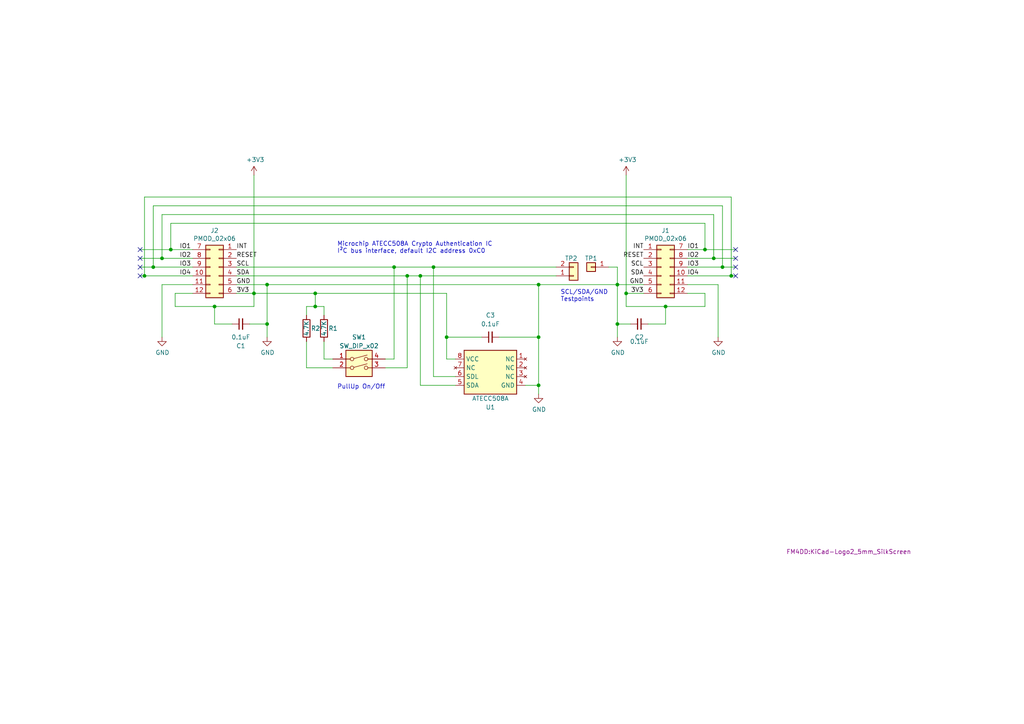
<source format=kicad_sch>
(kicad_sch (version 20211123) (generator eeschema)
  (paper "A4")
  (title_block (title "CRYPTO PMOD") (date "2022-06-24") (rev "V1.0") (company "FM4DD") (comment 1 "2022 (C) FM4DD") (comment 3 "License: CC-BY-SA 4.0"))
  (lib_symbols
    (symbol "Connector_Generic:Conn_01x02" (pin_names (offset 1.016) hide)
      (property "Reference" "J" (at 0 2.54 0))
      (property "Value" "Conn_01x02" (at 0 -5.08 0))
      (symbol "Conn_01x02_1_1"
        (rectangle (start -1.27 -2.413) (end 0 -2.667) (stroke (width 0.1524)))
        (rectangle (start -1.27 0.127) (end 0 -0.127) (stroke (width 0.1524)))
        (rectangle (start -1.27 1.27) (end 1.27 -3.81) (stroke (width 0.254)) (fill (type background)))
        (pin passive line (at -5.08 0 0) (length 3.81) (name "Pin_1") (number "1"))
        (pin passive line (at -5.08 -2.54 0) (length 3.81) (name "Pin_2") (number "2"))
      )
    )
    (symbol "Connector_Generic:Conn_02x06_Top_Bottom" (pin_names (offset 1.016) hide)
      (property "Reference" "J" (at 1.27 7.62 0))
      (property "Value" "Conn_02x06_Top_Bottom" (at 1.27 -10.16 0))
      (symbol "Conn_02x06_Top_Bottom_1_1"
        (rectangle (start -1.27 -7.493) (end 0 -7.747) (stroke (width 0.1524)))
        (rectangle (start -1.27 -4.953) (end 0 -5.207) (stroke (width 0.1524)))
        (rectangle (start -1.27 -2.413) (end 0 -2.667) (stroke (width 0.1524)))
        (rectangle (start -1.27 0.127) (end 0 -0.127) (stroke (width 0.1524)))
        (rectangle (start -1.27 2.667) (end 0 2.413) (stroke (width 0.1524)))
        (rectangle (start -1.27 5.207) (end 0 4.953) (stroke (width 0.1524)))
        (rectangle (start -1.27 6.35) (end 3.81 -8.89) (stroke (width 0.254)) (fill (type background)))
        (rectangle (start 3.81 -7.493) (end 2.54 -7.747) (stroke (width 0.1524)))
        (rectangle (start 3.81 -4.953) (end 2.54 -5.207) (stroke (width 0.1524)))
        (rectangle (start 3.81 -2.413) (end 2.54 -2.667) (stroke (width 0.1524)))
        (rectangle (start 3.81 0.127) (end 2.54 -0.127) (stroke (width 0.1524)))
        (rectangle (start 3.81 2.667) (end 2.54 2.413) (stroke (width 0.1524)))
        (rectangle (start 3.81 5.207) (end 2.54 4.953) (stroke (width 0.1524)))
        (pin passive line (at -5.08 5.08 0) (length 3.81) (name "Pin_1") (number "1"))
        (pin passive line (at 7.62 -2.54 180) (length 3.81) (name "Pin_10") (number "10"))
        (pin passive line (at 7.62 -5.08 180) (length 3.81) (name "Pin_11") (number "11"))
        (pin passive line (at 7.62 -7.62 180) (length 3.81) (name "Pin_12") (number "12"))
        (pin passive line (at -5.08 2.54 0) (length 3.81) (name "Pin_2") (number "2"))
        (pin passive line (at -5.08 0 0) (length 3.81) (name "Pin_3") (number "3"))
        (pin passive line (at -5.08 -2.54 0) (length 3.81) (name "Pin_4") (number "4"))
        (pin passive line (at -5.08 -5.08 0) (length 3.81) (name "Pin_5") (number "5"))
        (pin passive line (at -5.08 -7.62 0) (length 3.81) (name "Pin_6") (number "6"))
        (pin passive line (at 7.62 5.08 180) (length 3.81) (name "Pin_7") (number "7"))
        (pin passive line (at 7.62 2.54 180) (length 3.81) (name "Pin_8") (number "8"))
        (pin passive line (at 7.62 0 180) (length 3.81) (name "Pin_9") (number "9"))
      )
    )
    (symbol "Device:C_Small" (pin_numbers hide) (pin_names (offset 0.254) hide)
      (property "Reference" "C" (at 0.254 1.778 0))
      (property "Value" "C_Small" (at 0.254 -2.032 0))
      (symbol "C_Small_0_1"
        (polyline (pts (xy -1.524 -0.508) (xy 1.524 -0.508)) (stroke (width 0.3302)))
        (polyline (pts (xy -1.524 0.508) (xy 1.524 0.508)) (stroke (width 0.3048)))
      )
      (symbol "C_Small_1_1"
        (pin passive line (at 0 2.54 270) (length 2.032) (name "~") (number "1"))
        (pin passive line (at 0 -2.54 90) (length 2.032) (name "~") (number "2"))
      )
    )
    (symbol "Device:R" (pin_numbers hide) (pin_names (offset 0))
      (property "Reference" "R" (at 2.032 0 90))
      (property "Value" "R" (at 0 0 90))
      (symbol "R_0_1"
        (rectangle (start -1.016 -2.54) (end 1.016 2.54) (stroke (width 0.254)))
      )
      (symbol "R_1_1"
        (pin passive line (at 0 3.81 270) (length 1.27) (name "~") (number "1"))
        (pin passive line (at 0 -3.81 90) (length 1.27) (name "~") (number "2"))
      )
    )
    (symbol "FM4DD:ATECC508A"
      (property "Reference" "U" (at -6.35 7.62 0))
      (property "Value" "ATECC508A" (at 3.81 7.62 0))
      (symbol "ATECC508A_0_1"
        (rectangle (start -7.62 6.35) (end 7.62 -6.35) (stroke (width 0.254)) (fill (type background)))
      )
      (symbol "ATECC508A_1_1"
        (pin no_connect line (at 10.16 3.81 180) (length 2.5654) (name "NC") (number "1"))
        (pin no_connect line (at 10.16 1.27 180) (length 2.5654) (name "NC") (number "2"))
        (pin no_connect line (at 10.16 -1.27 180) (length 2.5654) (name "NC") (number "3"))
        (pin power_in line (at 10.16 -3.81 180) (length 2.5654) (name "GND") (number "4"))
        (pin bidirectional line (at -10.16 -3.81 0) (length 2.5654) (name "SDA") (number "5"))
        (pin input line (at -10.16 -1.27 0) (length 2.5654) (name "SDL") (number "6"))
        (pin no_connect line (at -10.16 1.27 0) (length 2.5654) (name "NC") (number "7"))
        (pin power_in line (at -10.16 3.81 0) (length 2.5654) (name "VCC") (number "8"))
      )
    )
    (symbol "FM4DD:Logo_KiCad_5mm" (pin_names (offset 1.016))
      (property "Footprint" "FM4DD:KiCad-Logo2_5mm_SilkScreen" (at 0 0 0))
    )
    (symbol "FM4DD:TestPoint_Conn_01x01" (pin_names (offset 1.016) hide)
      (property "Reference" "TP" (at 0 2.54 0))
      (property "Value" "TestPoint_Conn_01x01" (at 0 -2.54 0))
      (symbol "TestPoint_Conn_01x01_1_1"
        (rectangle (start -1.27 0.127) (end 0 -0.127) (stroke (width 0.1524)))
        (rectangle (start -1.27 1.27) (end 1.27 -1.27) (stroke (width 0.254)) (fill (type background)))
        (pin passive line (at -5.08 0 0) (length 3.81) (name "Pin_1") (number "1"))
      )
    )
    (symbol "Switch:SW_DIP_x02" (pin_names (offset 0) hide)
      (property "Reference" "SW" (at 0 6.35 0))
      (property "Value" "SW_DIP_x02" (at 0 -3.81 0))
      (symbol "SW_DIP_x02_0_0"
        (circle (center -2.032 0) (radius 0.508))
        (circle (center -2.032 2.54) (radius 0.508))
        (polyline (pts (xy -1.524 0.127) (xy 2.3622 1.1684)))
        (polyline (pts (xy -1.524 2.667) (xy 2.3622 3.7084)))
        (circle (center 2.032 0) (radius 0.508))
        (circle (center 2.032 2.54) (radius 0.508))
      )
      (symbol "SW_DIP_x02_0_1"
        (rectangle (start -3.81 5.08) (end 3.81 -2.54) (stroke (width 0.254)) (fill (type background)))
      )
      (symbol "SW_DIP_x02_1_1"
        (pin passive line (at -7.62 2.54 0) (length 5.08) (name "~") (number "1"))
        (pin passive line (at -7.62 0 0) (length 5.08) (name "~") (number "2"))
        (pin passive line (at 7.62 0 180) (length 5.08) (name "~") (number "3"))
        (pin passive line (at 7.62 2.54 180) (length 5.08) (name "~") (number "4"))
      )
    )
    (symbol "power:+3V3" (power) (pin_names (offset 0))
      (property "Value" "+3V3" (at 0 3.556 0))
      (symbol "+3V3_0_1"
        (polyline (pts (xy -0.762 1.27) (xy 0 2.54)))
        (polyline (pts (xy 0 0) (xy 0 2.54)))
        (polyline (pts (xy 0 2.54) (xy 0.762 1.27)))
      )
      (symbol "+3V3_1_1"
        (pin power_in line (at 0 0 90) (length 0) hide (name "+3V3") (number "1"))
      )
    )
    (symbol "power:GND" (power) (pin_names (offset 0))
      (property "Value" "GND" (at 0 -3.81 0))
      (symbol "GND_0_1"
        (polyline (pts (xy 0 0) (xy 0 -1.27) (xy 1.27 -1.27) (xy 0 -2.54) (xy -1.27 -1.27) (xy 0 -1.27)))
      )
      (symbol "GND_1_1"
        (pin power_in line (at 0 0 270) (length 0) hide (name "GND") (number "1"))
      )
    )
  )
  (junction (at 156.21 82.55))
  (junction (at 156.21 97.79))
  (junction (at 204.47 72.39))
  (junction (at 77.47 82.55))
  (junction (at 207.01 74.93))
  (junction (at 125.73 77.47))
  (junction (at 77.47 93.98))
  (junction (at 179.07 93.98))
  (junction (at 41.91 80.01))
  (junction (at 118.11 80.01))
  (junction (at 73.66 85.09))
  (junction (at 129.54 97.79))
  (junction (at 156.21 111.76))
  (junction (at 209.55 77.47))
  (junction (at 91.44 88.9))
  (junction (at 181.61 85.09))
  (junction (at 62.23 88.9))
  (junction (at 49.53 72.39))
  (junction (at 91.44 85.09))
  (junction (at 179.07 82.55))
  (junction (at 114.3 77.47))
  (junction (at 212.09 80.01))
  (junction (at 46.99 74.93))
  (junction (at 193.04 88.9))
  (junction (at 44.45 77.47))
  (junction (at 121.92 80.01))
  (no_connect (at 40.64 80.01))
  (no_connect (at 213.36 72.39))
  (no_connect (at 40.64 72.39))
  (no_connect (at 213.36 74.93))
  (no_connect (at 213.36 77.47))
  (no_connect (at 40.64 74.93))
  (no_connect (at 213.36 80.01))
  (no_connect (at 40.64 77.47))
  (wire (pts (xy 73.66 50.8) (xy 73.66 85.09)))
  (wire (pts (xy 193.04 88.9) (xy 204.47 88.9)))
  (wire (pts (xy 49.53 72.39) (xy 49.53 64.77)))
  (wire (pts (xy 55.88 82.55) (xy 46.99 82.55)))
  (wire (pts (xy 118.11 80.01) (xy 121.92 80.01)))
  (wire (pts (xy 114.3 77.47) (xy 114.3 104.14)))
  (wire (pts (xy 91.44 88.9) (xy 88.9 88.9)))
  (wire (pts (xy 212.09 57.15) (xy 212.09 80.01)))
  (wire (pts (xy 72.39 93.98) (xy 77.47 93.98)))
  (wire (pts (xy 152.4 111.76) (xy 156.21 111.76)))
  (wire (pts (xy 212.09 80.01) (xy 213.36 80.01)))
  (wire (pts (xy 207.01 62.23) (xy 207.01 74.93)))
  (wire (pts (xy 125.73 77.47) (xy 161.29 77.47)))
  (wire (pts (xy 46.99 62.23) (xy 207.01 62.23)))
  (wire (pts (xy 46.99 74.93) (xy 55.88 74.93)))
  (wire (pts (xy 93.98 99.06) (xy 93.98 104.14)))
  (wire (pts (xy 129.54 97.79) (xy 139.7 97.79)))
  (wire (pts (xy 121.92 80.01) (xy 161.29 80.01)))
  (wire (pts (xy 111.76 106.68) (xy 118.11 106.68)))
  (wire (pts (xy 114.3 77.47) (xy 125.73 77.47)))
  (wire (pts (xy 41.91 80.01) (xy 41.91 57.15)))
  (wire (pts (xy 121.92 111.76) (xy 132.08 111.76)))
  (wire (pts (xy 46.99 82.55) (xy 46.99 97.79)))
  (wire (pts (xy 62.23 88.9) (xy 50.8 88.9)))
  (wire (pts (xy 208.28 82.55) (xy 208.28 97.79)))
  (wire (pts (xy 209.55 77.47) (xy 213.36 77.47)))
  (wire (pts (xy 50.8 85.09) (xy 55.88 85.09)))
  (wire (pts (xy 96.52 104.14) (xy 93.98 104.14)))
  (wire (pts (xy 156.21 82.55) (xy 179.07 82.55)))
  (wire (pts (xy 176.53 77.47) (xy 179.07 77.47)))
  (wire (pts (xy 179.07 77.47) (xy 179.07 82.55)))
  (wire (pts (xy 187.96 93.98) (xy 193.04 93.98)))
  (wire (pts (xy 77.47 82.55) (xy 156.21 82.55)))
  (wire (pts (xy 204.47 64.77) (xy 204.47 72.39)))
  (wire (pts (xy 88.9 106.68) (xy 96.52 106.68)))
  (wire (pts (xy 77.47 93.98) (xy 77.47 97.79)))
  (wire (pts (xy 199.39 72.39) (xy 204.47 72.39)))
  (wire (pts (xy 181.61 50.8) (xy 181.61 85.09)))
  (wire (pts (xy 91.44 85.09) (xy 91.44 88.9)))
  (wire (pts (xy 156.21 97.79) (xy 156.21 111.76)))
  (wire (pts (xy 144.78 97.79) (xy 156.21 97.79)))
  (wire (pts (xy 179.07 93.98) (xy 179.07 97.79)))
  (wire (pts (xy 193.04 93.98) (xy 193.04 88.9)))
  (wire (pts (xy 73.66 85.09) (xy 73.66 88.9)))
  (wire (pts (xy 111.76 104.14) (xy 114.3 104.14)))
  (wire (pts (xy 88.9 91.44) (xy 88.9 88.9)))
  (wire (pts (xy 207.01 74.93) (xy 213.36 74.93)))
  (wire (pts (xy 88.9 99.06) (xy 88.9 106.68)))
  (wire (pts (xy 49.53 72.39) (xy 55.88 72.39)))
  (wire (pts (xy 77.47 82.55) (xy 77.47 93.98)))
  (wire (pts (xy 186.69 85.09) (xy 181.61 85.09)))
  (wire (pts (xy 68.58 85.09) (xy 73.66 85.09)))
  (wire (pts (xy 44.45 77.47) (xy 40.64 77.47)))
  (wire (pts (xy 49.53 64.77) (xy 204.47 64.77)))
  (wire (pts (xy 209.55 59.69) (xy 209.55 77.47)))
  (wire (pts (xy 41.91 80.01) (xy 40.64 80.01)))
  (wire (pts (xy 68.58 80.01) (xy 118.11 80.01)))
  (wire (pts (xy 46.99 74.93) (xy 40.64 74.93)))
  (wire (pts (xy 182.88 93.98) (xy 179.07 93.98)))
  (wire (pts (xy 125.73 77.47) (xy 125.73 109.22)))
  (wire (pts (xy 199.39 77.47) (xy 209.55 77.47)))
  (wire (pts (xy 179.07 82.55) (xy 179.07 93.98)))
  (wire (pts (xy 44.45 59.69) (xy 209.55 59.69)))
  (wire (pts (xy 121.92 80.01) (xy 121.92 111.76)))
  (wire (pts (xy 73.66 88.9) (xy 62.23 88.9)))
  (wire (pts (xy 50.8 88.9) (xy 50.8 85.09)))
  (wire (pts (xy 62.23 93.98) (xy 62.23 88.9)))
  (wire (pts (xy 41.91 80.01) (xy 55.88 80.01)))
  (wire (pts (xy 199.39 82.55) (xy 208.28 82.55)))
  (wire (pts (xy 204.47 72.39) (xy 213.36 72.39)))
  (wire (pts (xy 129.54 97.79) (xy 129.54 104.14)))
  (wire (pts (xy 67.31 93.98) (xy 62.23 93.98)))
  (wire (pts (xy 44.45 77.47) (xy 44.45 59.69)))
  (wire (pts (xy 179.07 82.55) (xy 186.69 82.55)))
  (wire (pts (xy 73.66 85.09) (xy 91.44 85.09)))
  (wire (pts (xy 204.47 88.9) (xy 204.47 85.09)))
  (wire (pts (xy 129.54 85.09) (xy 129.54 97.79)))
  (wire (pts (xy 199.39 80.01) (xy 212.09 80.01)))
  (wire (pts (xy 181.61 85.09) (xy 181.61 88.9)))
  (wire (pts (xy 181.61 88.9) (xy 193.04 88.9)))
  (wire (pts (xy 156.21 82.55) (xy 156.21 97.79)))
  (wire (pts (xy 132.08 109.22) (xy 125.73 109.22)))
  (wire (pts (xy 129.54 104.14) (xy 132.08 104.14)))
  (wire (pts (xy 44.45 77.47) (xy 55.88 77.47)))
  (wire (pts (xy 118.11 80.01) (xy 118.11 106.68)))
  (wire (pts (xy 46.99 74.93) (xy 46.99 62.23)))
  (wire (pts (xy 204.47 85.09) (xy 199.39 85.09)))
  (wire (pts (xy 68.58 82.55) (xy 77.47 82.55)))
  (wire (pts (xy 199.39 74.93) (xy 207.01 74.93)))
  (wire (pts (xy 156.21 111.76) (xy 156.21 114.3)))
  (wire (pts (xy 93.98 88.9) (xy 91.44 88.9)))
  (wire (pts (xy 68.58 77.47) (xy 114.3 77.47)))
  (wire (pts (xy 91.44 85.09) (xy 129.54 85.09)))
  (wire (pts (xy 49.53 72.39) (xy 40.64 72.39)))
  (wire (pts (xy 41.91 57.15) (xy 212.09 57.15)))
  (wire (pts (xy 93.98 91.44) (xy 93.98 88.9)))
  (text "SCL/SDA/GND\nTestpoints" (at 162.56 87.63 0) (effects (font (size 1.27 1.27)) (justify left bottom)))
  (text "PullUp On/Off" (at 97.79 113.03 0) (effects (font (size 1.27 1.27)) (justify left bottom)))
  (text "Microchip ATECC508A Crypto Authentication IC\nI²C bus interface, default I2C address 0xC0\n" (at 97.79 73.66 0) (effects (font (size 1.27 1.27)) (justify left bottom)))
  (label "IO3" (at 199.39 77.47 0))
  (label "IO4" (at 199.39 80.01 0))
  (label "SCL" (at 186.69 77.47 180))
  (label "SDA" (at 186.69 80.01 180))
  (label "SDA" (at 68.58 80.01 0))
  (label "RESET" (at 68.58 74.93 0))
  (label "IO2" (at 52.07 74.93 0))
  (label "IO2" (at 199.39 74.93 0))
  (label "IO1" (at 52.07 72.39 0))
  (label "3V3" (at 68.58 85.09 0))
  (label "RESET" (at 186.69 74.93 180))
  (label "IO3" (at 52.07 77.47 0))
  (label "3V3" (at 186.69 85.09 180))
  (label "IO4" (at 52.07 80.01 0))
  (label "GND" (at 186.69 82.55 180))
  (label "GND" (at 68.58 82.55 0))
  (label "INT" (at 186.69 72.39 180))
  (label "SCL" (at 68.58 77.47 0))
  (label "INT" (at 68.58 72.39 0))
  (label "IO1" (at 199.39 72.39 0))
  (symbol (lib_id "power:+3V3") (at 73.66 50.8 0) (unit 1)
    (property "Reference" "#PWR0101" (effects hide))
    (property "Value" "+3V3" (at 74.041 46.3296 0))
  )
  (symbol (lib_id "Device:R") (at 88.9 95.25 0) (unit 1)
    (property "Reference" "R2" (at 90.17 95.25 0) (effects (justify left)))
    (property "Value" "4.7K" (at 88.9 95.25 90))
    (property "Footprint" "Resistor_SMD:R_0603_1608Metric" (effects hide))
  )
  (symbol (lib_id "Device:R") (at 93.98 95.25 0) (unit 1)
    (property "Reference" "R1" (at 95.25 95.25 0) (effects (justify left)))
    (property "Value" "4.7K" (at 93.98 95.25 90))
    (property "Footprint" "Resistor_SMD:R_0603_1608Metric" (effects hide))
  )
  (symbol (lib_id "power:GND") (at 77.47 97.79 0) (unit 1)
    (property "Reference" "#PWR0105" (effects hide))
    (property "Value" "GND" (at 77.597 102.2604 0))
  )
  (symbol (lib_id "Connector_Generic:Conn_02x06_Top_Bottom") (at 63.5 77.47 0) (mirror y) (unit 1)
    (property "Reference" "J2" (at 62.23 66.8782 0))
    (property "Value" "PMOD_02x06" (at 62.23 69.1896 0))
    (property "Footprint" "FM4DD:PMODHeader_2x06_P2.54mm_Horizontal" (effects hide))
  )
  (symbol (lib_id "Connector_Generic:Conn_02x06_Top_Bottom") (at 191.77 77.47 0) (unit 1)
    (property "Reference" "J1" (at 193.04 66.8782 0))
    (property "Value" "PMOD_02x06" (at 193.04 69.1896 0))
    (property "Footprint" "FM4DD:PMODPinSocket_2x06_P2.54mm_Horizontal" (effects hide))
  )
  (symbol (lib_id "power:GND") (at 46.99 97.79 0) (unit 1)
    (property "Reference" "#PWR0102" (effects hide))
    (property "Value" "GND" (at 47.117 102.2604 0))
  )
  (symbol (lib_id "Device:C_Small") (at 69.85 93.98 90) (unit 1)
    (property "Reference" "C1" (at 69.85 100.33 90))
    (property "Value" "0.1uF" (at 69.85 97.79 90))
    (property "Footprint" "Capacitor_SMD:C_0402_1005Metric" (effects hide))
  )
  (symbol (lib_id "power:GND") (at 208.28 97.79 0) (unit 1)
    (property "Reference" "#PWR0103" (effects hide))
    (property "Value" "GND" (at 208.407 102.2604 0))
  )
  (symbol (lib_id "power:GND") (at 179.07 97.79 0) (unit 1)
    (property "Reference" "#PWR0104" (effects hide))
    (property "Value" "GND" (at 179.197 102.2604 0))
  )
  (symbol (lib_id "Device:C_Small") (at 185.42 93.98 270) (unit 1)
    (property "Reference" "C2" (at 185.42 97.79 90))
    (property "Value" "0.1uF" (at 185.42 99.06 90))
    (property "Footprint" "Capacitor_SMD:C_0402_1005Metric" (effects hide))
  )
  (symbol (lib_id "power:+3V3") (at 181.61 50.8 0) (unit 1)
    (property "Reference" "#PWR0106" (effects hide))
    (property "Value" "+3V3" (at 181.991 46.3296 0))
  )
  (symbol (lib_id "FM4DD:Logo_KiCad_5mm") (at 222.25 160.02 0) (unit 1)
    (property "Reference" "L1" (effects hide))
    (property "Value" "Logo_KiCad_5mm" (effects hide))
    (property "Footprint" "FM4DD:KiCad-Logo2_5mm_SilkScreen" (at 228.0412 160.02 0) (effects (justify left)))
  )
  (symbol (lib_id "power:GND") (at 156.21 114.3 0) (unit 1)
    (property "Reference" "#PWR0107" (effects hide))
    (property "Value" "GND" (at 156.337 118.7704 0))
  )
  (symbol (lib_id "FM4DD:TestPoint_Conn_01x01") (at 171.45 77.47 180) (unit 1)
    (property "Reference" "TP1" (at 171.45 74.93 0))
    (property "Value" "TestPoint_Conn_01x01" (effects hide))
    (property "Footprint" "FM4DD:TestPoint_PinHeader_1x01_P2.54mm_Vertical" (effects hide))
  )
  (symbol (lib_id "FM4DD:ATECC508A") (at 142.24 107.95 0) (unit 1)
    (property "Reference" "U1" (at 142.24 118.11 0))
    (property "Value" "ATECC508A" (at 142.24 115.57 0))
    (property "Footprint" "Package_SO:SOIC-8_3.9x4.9mm_P1.27mm" (effects hide))
    (property "Datasheet" "https://ww1.microchip.com/downloads/en/DeviceDoc/20005928A.pdf" (effects hide))
  )
  (symbol (lib_id "Device:C_Small") (at 142.24 97.79 90) (unit 1)
    (property "Reference" "C3" (at 142.24 91.44 90))
    (property "Value" "0.1uF" (at 142.24 93.98 90))
    (property "Footprint" "Capacitor_SMD:C_0402_1005Metric" (effects hide))
  )
  (symbol (lib_id "Switch:SW_DIP_x02") (at 104.14 106.68 0) (unit 1)
    (property "Reference" "SW1" (at 104.14 97.79 0))
    (property "Value" "SW_DIP_x02" (at 104.14 100.33 0))
    (property "Footprint" "Button_Switch_THT:SW_DIP_SPSTx02_Slide_6.7x6.64mm_W7.62mm_P2.54mm_LowProfile" (effects hide))
  )
  (symbol (lib_id "Connector_Generic:Conn_01x02") (at 166.37 80.01 0) (mirror x) (unit 1)
    (property "Reference" "TP2" (at 163.83 74.93 0) (effects (justify left)))
    (property "Value" "Conn_01x02" (effects hide))
    (property "Footprint" "FM4DD:Testpoint_PinHeader_1x02_P2.54mm_Vertical" (effects hide))
  )
)
</source>
